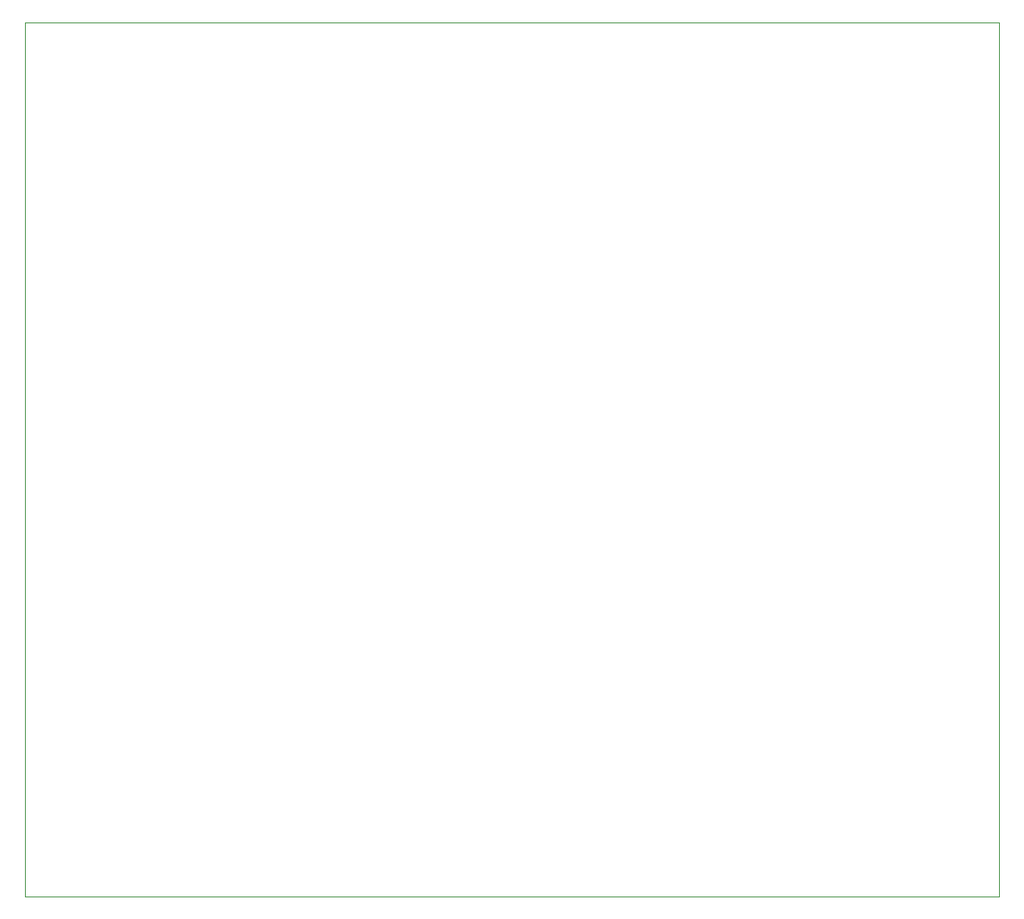
<source format=gbr>
%TF.GenerationSoftware,KiCad,Pcbnew,(7.0.0)*%
%TF.CreationDate,2023-08-25T09:59:11+02:00*%
%TF.ProjectId,JIG SWITCH,4a494720-5357-4495-9443-482e6b696361,rev?*%
%TF.SameCoordinates,Original*%
%TF.FileFunction,Profile,NP*%
%FSLAX46Y46*%
G04 Gerber Fmt 4.6, Leading zero omitted, Abs format (unit mm)*
G04 Created by KiCad (PCBNEW (7.0.0)) date 2023-08-25 09:59:11*
%MOMM*%
%LPD*%
G01*
G04 APERTURE LIST*
%TA.AperFunction,Profile*%
%ADD10C,0.100000*%
%TD*%
G04 APERTURE END LIST*
D10*
X31060000Y-29900000D02*
X130120000Y-29900000D01*
X130120000Y-29900000D02*
X130120000Y-118800000D01*
X130120000Y-118800000D02*
X31060000Y-118800000D01*
X31060000Y-118800000D02*
X31060000Y-29900000D01*
M02*

</source>
